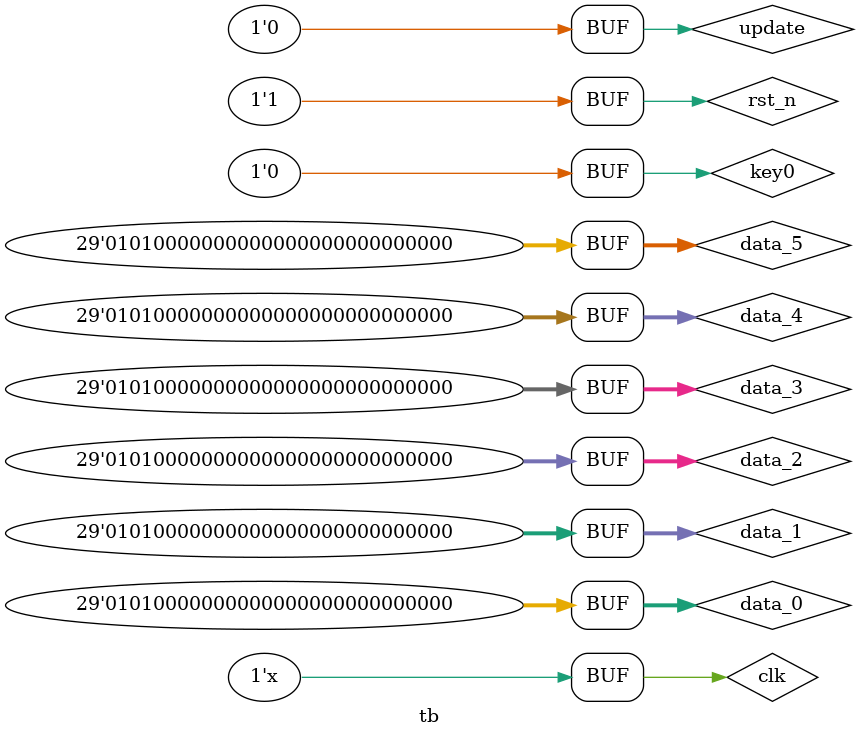
<source format=v>
`timescale 1ns/1ps
module tb;
reg clk; initial clk = 'b0;
always #5 clk <= ~clk;

reg rst_n; initial begin rst_n = 1'b0; #100 rst_n = 'b1; end
reg update; 
initial begin 
	update = 'b0;
	#200 update = 'b1;
	#20 update = 'b0;

end
reg key0; 
initial begin 
	key0 = 'b0;
	#200 key0 = 'b1;
	#2000 key0 = 'b0;

end


reg [28:0] data_5, data_4, data_3, data_2, data_1, data_0;
initial begin
	data_5 = 28'ha000_000;
	data_4 = 28'ha000_000;
	data_3 = 28'ha000_000;
	data_2 = 28'ha000_000;
	data_1 = 28'ha000_000;
	data_0 = 28'ha000_000;

end

wire CLK, DATA, LE, CE, PDBRF, MUXOUT, LD;

//adf4351 the_pll(
//	.clk(clk), .rst_n(rst_n),
//	.update(update),
//	.data_5(data_5), .data_4(data_4), .data_3(data_3), .data_2(data_2), .data_1(data_1), .data_0(data_0),
//	.CLK(CLK), .DATA(DATA), .LE(LE), .CE(CE), .PDBRF(PDBRF),
//	.MUXOUT(MUXOUT), .LD(LD)
//
//);

top the_top(
	.clk(clk),
	.CLK(CLK), .DATA(DATA), .LE(LE), .CE(CE), .PDBRF(PDBRF),
	.MUXOUT(MUXOUT), .LD(LD),
	.key0(key0)


);

endmodule 
</source>
